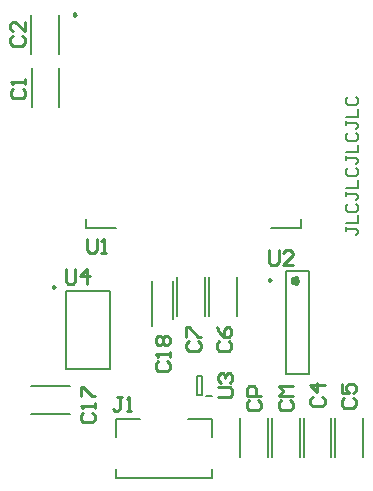
<source format=gto>
G04*
G04 #@! TF.GenerationSoftware,Altium Limited,Altium Designer,22.3.1 (43)*
G04*
G04 Layer_Color=65535*
%FSLAX25Y25*%
%MOIN*%
G70*
G04*
G04 #@! TF.SameCoordinates,2B40A856-6C47-4DC4-A76D-FC4A54A6A395*
G04*
G04*
G04 #@! TF.FilePolarity,Positive*
G04*
G01*
G75*
%ADD10C,0.00984*%
%ADD11C,0.01575*%
%ADD12C,0.00787*%
%ADD13C,0.00591*%
%ADD14C,0.01000*%
D10*
X41634Y142756D02*
X40896Y143182D01*
Y142330D01*
X41634Y142756D01*
X106693Y54360D02*
X105955Y54786D01*
Y53934D01*
X106693Y54360D01*
X34646Y51968D02*
X33907Y52395D01*
Y51542D01*
X34646Y51968D01*
D11*
X115354Y54134D02*
X114810Y54883D01*
X113930Y54597D01*
Y53671D01*
X114810Y53385D01*
X115354Y54134D01*
D12*
X116437Y71555D02*
Y74508D01*
X44980Y71555D02*
X54961D01*
X106457D02*
X116437D01*
X44980D02*
Y74508D01*
X66732Y38976D02*
Y53937D01*
X73819Y41339D02*
Y53937D01*
X111417Y23031D02*
X119291D01*
X111417Y57284D02*
X119291D01*
Y23031D02*
Y57284D01*
X111417Y23031D02*
Y57284D01*
X105426Y-4540D02*
Y8477D01*
X96149Y-4540D02*
Y8477D01*
X116056Y-4540D02*
Y8477D01*
X106779Y-4540D02*
Y8477D01*
X85913Y42311D02*
Y55327D01*
X95189Y42311D02*
Y55327D01*
X84465Y42405D02*
Y55233D01*
X75378Y42405D02*
Y55233D01*
X81740Y16142D02*
X83614D01*
X81740D02*
Y22441D01*
X83614D01*
Y16142D02*
Y22441D01*
X84992Y15748D02*
X86929D01*
X38189Y24606D02*
Y50591D01*
X52756Y24606D02*
Y50591D01*
X38189D02*
X52756D01*
X38189Y24606D02*
X52756D01*
X26661Y129712D02*
Y142729D01*
X35937Y129712D02*
Y142729D01*
X128039Y-4540D02*
Y8477D01*
X137315Y-4540D02*
Y8477D01*
X117409Y-4540D02*
Y8477D01*
X126685Y-4540D02*
Y8477D01*
X26563Y9732D02*
X39579D01*
X26563Y19008D02*
X39579D01*
X35843Y112090D02*
Y124918D01*
X26755Y112090D02*
Y124918D01*
X131497Y71915D02*
Y70603D01*
Y71259D01*
X134777D01*
X135433Y70603D01*
Y69947D01*
X134777Y69291D01*
X131497Y73227D02*
X135433D01*
Y75851D01*
X132153Y79787D02*
X131497Y79131D01*
Y77819D01*
X132153Y77163D01*
X134777D01*
X135433Y77819D01*
Y79131D01*
X134777Y79787D01*
X131497Y83722D02*
Y82411D01*
Y83066D01*
X134777D01*
X135433Y82411D01*
Y81754D01*
X134777Y81099D01*
X131497Y85034D02*
X135433D01*
Y87658D01*
X132153Y91594D02*
X131497Y90938D01*
Y89626D01*
X132153Y88970D01*
X134777D01*
X135433Y89626D01*
Y90938D01*
X134777Y91594D01*
X131497Y95530D02*
Y94218D01*
Y94874D01*
X134777D01*
X135433Y94218D01*
Y93562D01*
X134777Y92906D01*
X131497Y96842D02*
X135433D01*
Y99465D01*
X132153Y103401D02*
X131497Y102745D01*
Y101433D01*
X132153Y100777D01*
X134777D01*
X135433Y101433D01*
Y102745D01*
X134777Y103401D01*
X131497Y107337D02*
Y106025D01*
Y106681D01*
X134777D01*
X135433Y106025D01*
Y105369D01*
X134777Y104713D01*
X131497Y108649D02*
X135433D01*
Y111273D01*
X132153Y115208D02*
X131497Y114552D01*
Y113240D01*
X132153Y112584D01*
X134777D01*
X135433Y113240D01*
Y114552D01*
X134777Y115208D01*
D13*
X86732Y-11811D02*
Y-8661D01*
X55000Y-11811D02*
X86732D01*
X55000D02*
Y-8661D01*
X86732Y1969D02*
Y7874D01*
X78740D02*
X86732D01*
X55000D02*
X62992D01*
X55000Y1969D02*
Y7874D01*
D14*
X45277Y68110D02*
Y64174D01*
X46064Y63387D01*
X47638D01*
X48425Y64174D01*
Y68110D01*
X49999Y63387D02*
X51574D01*
X50787D01*
Y68110D01*
X49999Y67322D01*
X99213Y14174D02*
X98426Y13386D01*
Y11812D01*
X99213Y11025D01*
X102362D01*
X103149Y11812D01*
Y13386D01*
X102362Y14174D01*
X103149Y15748D02*
X98426D01*
Y18109D01*
X99213Y18896D01*
X100787D01*
X101575Y18109D01*
Y15748D01*
X109843Y14174D02*
X109056Y13386D01*
Y11812D01*
X109843Y11025D01*
X112992D01*
X113779Y11812D01*
Y13386D01*
X112992Y14174D01*
X113779Y15748D02*
X109056D01*
X110630Y17322D01*
X109056Y18896D01*
X113779D01*
X89371Y33858D02*
X88583Y33071D01*
Y31497D01*
X89371Y30710D01*
X92519D01*
X93306Y31497D01*
Y33071D01*
X92519Y33858D01*
X88583Y38581D02*
X89371Y37007D01*
X90945Y35433D01*
X92519D01*
X93306Y36220D01*
Y37794D01*
X92519Y38581D01*
X91732D01*
X90945Y37794D01*
Y35433D01*
X38190Y57873D02*
Y53938D01*
X38977Y53150D01*
X40552D01*
X41339Y53938D01*
Y57873D01*
X45275Y53150D02*
Y57873D01*
X42913Y55512D01*
X46062D01*
X88977Y15356D02*
X92913D01*
X93700Y16143D01*
Y17717D01*
X92913Y18504D01*
X88977D01*
X89764Y20078D02*
X88977Y20866D01*
Y22440D01*
X89764Y23227D01*
X90551D01*
X91339Y22440D01*
Y21653D01*
Y22440D01*
X92126Y23227D01*
X92913D01*
X93700Y22440D01*
Y20866D01*
X92913Y20078D01*
X105907Y64173D02*
Y60237D01*
X106694Y59450D01*
X108268D01*
X109055Y60237D01*
Y64173D01*
X113778Y59450D02*
X110630D01*
X113778Y62598D01*
Y63385D01*
X112991Y64173D01*
X111417D01*
X110630Y63385D01*
X56890Y15354D02*
X55316D01*
X56103D01*
Y11418D01*
X55316Y10631D01*
X54528D01*
X53741Y11418D01*
X58464Y10631D02*
X60038D01*
X59251D01*
Y15354D01*
X58464Y14566D01*
X68898Y27166D02*
X68111Y26379D01*
Y24805D01*
X68898Y24018D01*
X72047D01*
X72834Y24805D01*
Y26379D01*
X72047Y27166D01*
X72834Y28741D02*
Y30315D01*
Y29528D01*
X68111D01*
X68898Y28741D01*
Y32676D02*
X68111Y33463D01*
Y35038D01*
X68898Y35825D01*
X69685D01*
X70472Y35038D01*
X71260Y35825D01*
X72047D01*
X72834Y35038D01*
Y33463D01*
X72047Y32676D01*
X71260D01*
X70472Y33463D01*
X69685Y32676D01*
X68898D01*
X70472Y33463D02*
Y35038D01*
X43898Y10040D02*
X43111Y9253D01*
Y7679D01*
X43898Y6892D01*
X47047D01*
X47834Y7679D01*
Y9253D01*
X47047Y10040D01*
X47834Y11615D02*
Y13189D01*
Y12402D01*
X43111D01*
X43898Y11615D01*
X43111Y15550D02*
Y18699D01*
X43898D01*
X47047Y15550D01*
X47834D01*
X79134Y33858D02*
X78347Y33071D01*
Y31497D01*
X79134Y30710D01*
X82283D01*
X83070Y31497D01*
Y33071D01*
X82283Y33858D01*
X78347Y35433D02*
Y38581D01*
X79134D01*
X82283Y35433D01*
X83070D01*
X130881Y14959D02*
X130094Y14172D01*
Y12598D01*
X130881Y11810D01*
X134029D01*
X134816Y12598D01*
Y14172D01*
X134029Y14959D01*
X130094Y19682D02*
Y16533D01*
X132455D01*
X131668Y18108D01*
Y18895D01*
X132455Y19682D01*
X134029D01*
X134816Y18895D01*
Y17320D01*
X134029Y16533D01*
X120473Y15355D02*
X119686Y14567D01*
Y12993D01*
X120473Y12206D01*
X123621D01*
X124409Y12993D01*
Y14567D01*
X123621Y15355D01*
X124409Y19290D02*
X119686D01*
X122047Y16929D01*
Y20077D01*
X20473Y135630D02*
X19686Y134843D01*
Y133269D01*
X20473Y132482D01*
X23621D01*
X24409Y133269D01*
Y134843D01*
X23621Y135630D01*
X24409Y140353D02*
Y137205D01*
X21260Y140353D01*
X20473D01*
X19686Y139566D01*
Y137992D01*
X20473Y137205D01*
X20670Y118110D02*
X19883Y117323D01*
Y115749D01*
X20670Y114962D01*
X23818D01*
X24606Y115749D01*
Y117323D01*
X23818Y118110D01*
X24606Y119685D02*
Y121259D01*
Y120472D01*
X19883D01*
X20670Y119685D01*
M02*

</source>
